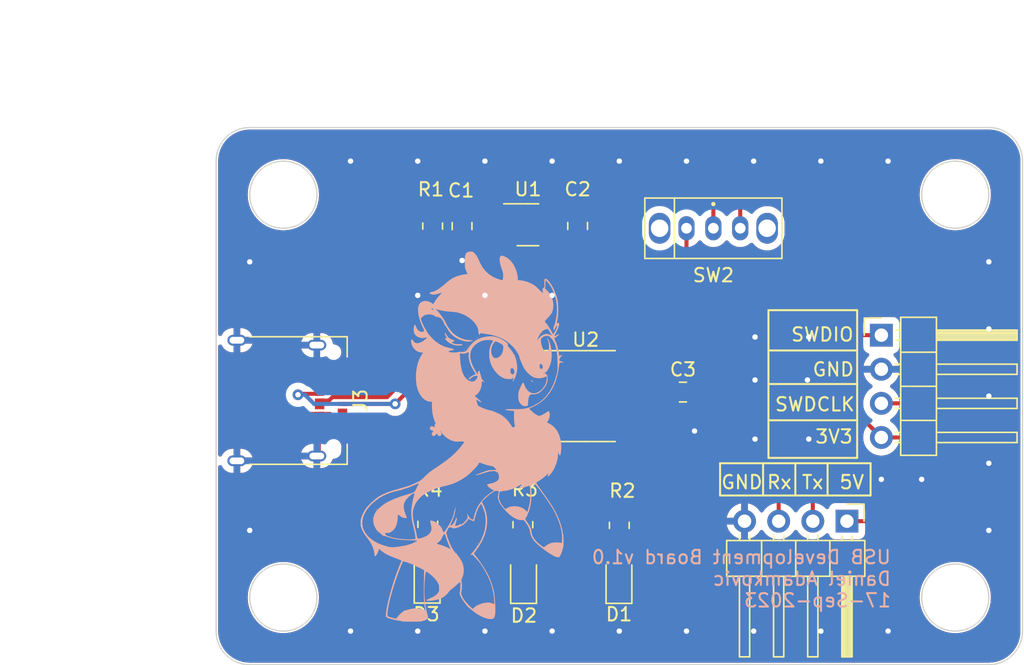
<source format=kicad_pcb>
(kicad_pcb (version 20221018) (generator pcbnew)
  (layers (0 "F.Cu" signal) (31 "B.Cu" signal) (34 "B.Paste" user) (35 "F.Paste" user) (36 "B.SilkS" user "B.Silkscreen") (37 "F.SilkS" user "F.Silkscreen") (38 "B.Mask" user) (39 "F.Mask" user) (44 "Edge.Cuts" user))
  (net 0 "")
  (net 1 "USB_SUPP_5V")
  (net 2 "GND")
  (net 3 "SYSTEM_3V3")
  (net 4 "Net-(D1-A)")
  (net 5 "Net-(D2-A)")
  (net 6 "Net-(D3-A)")
  (net 7 "UART_SUPP_5V")
  (net 8 "USART_Tx")
  (net 9 "USART_Rx")
  (net 11 "USB_COMM_D+")
  (net 12 "USB_COMM_D-")
  (net 16 "Net-(U1-EN)")
  (net 17 "Net-(U2-PA4)")
  (net 25 "SWDIO")
  (net 26 "SWDCLK")
  (net 27 "SYSTEM_5V")
  (net 28 "Net-(U2-PA1)")
  (net 29 "Net-(U2-PA0)")
  (footprint "Connector_USB:USB_C_Receptacle_Amphenol_12401610E4-2A" (layer "F.Cu") (at 131.88 90.33 -90)
    (fp_text reference "J3" (at 0 -6.36 -90) (layer "F.SilkS"))
    (fp_text value "USB_C_Receptacle_USB2.0")
    (pad "" np_thru_hole circle (at -3.6 -4.36 270) (size 0.65 0.65) (drill 0.65) (layers "*.Cu" "*.Mask"))
    (pad "" np_thru_hole oval (at 3.6 -4.36 270) (size 0.95 0.65) (drill oval 0.95 0.65) (layers "*.Cu" "*.Mask"))
    (pad "A1" smd rect (at -2.75 -5.02 270) (size 0.3 0.7) (layers "F.Cu" "F.Paste" "F.Mask") (net 2 "GND"))
    (pad "A2" smd rect (at -2.25 -5.02 270) (size 0.3 0.7) (layers "F.Cu" "F.Paste" "F.Mask"))
    (pad "A3" smd rect (at -1.75 -5.02 270) (size 0.3 0.7) (layers "F.Cu" "F.Paste" "F.Mask"))
    (pad "A4" smd rect (at -1.25 -5.02 270) (size 0.3 0.7) (layers "F.Cu" "F.Paste" "F.Mask") (net 1 "USB_SUPP_5V"))
    (pad "A5" smd rect (at -0.75 -5.02 270) (size 0.3 0.7) (layers "F.Cu" "F.Paste" "F.Mask"))
    (pad "A6" smd rect (at -0.25 -5.02 270) (size 0.3 0.7) (layers "F.Cu" "F.Paste" "F.Mask") (net 11 "USB_COMM_D+"))
    (pad "A7" smd rect (at 0.25 -5.02 270) (size 0.3 0.7) (layers "F.Cu" "F.Paste" "F.Mask") (net 12 "USB_COMM_D-"))
    (pad "A8" smd rect (at 0.75 -5.02 270) (size 0.3 0.7) (layers "F.Cu" "F.Paste" "F.Mask"))
    (pad "A9" smd rect (at 1.25 -5.02 270) (size 0.3 0.7) (layers "F.Cu" "F.Paste" "F.Mask") (net 1 "USB_SUPP_5V"))
    (pad "A10" smd rect (at 1.75 -5.02 270) (size 0.3 0.7) (layers "F.Cu" "F.Paste" "F.Mask"))
    (pad "A11" smd rect (at 2.25 -5.02 270) (size 0.3 0.7) (layers "F.Cu" "F.Paste" "F.Mask"))
    (pad "A12" smd rect (at 2.75 -5.02 270) (size 0.3 0.7) (layers "F.Cu" "F.Paste" "F.Mask") (net 2 "GND"))
    (pad "B1" smd rect (at 2.5 -3.32 270) (size 0.3 0.7) (layers "F.Cu" "F.Paste" "F.Mask") (net 2 "GND"))
    (pad "B2" smd rect (at 2 -3.32 270) (size 0.3 0.7) (layers "F.Cu" "F.Paste" "F.Mask"))
    (pad "B3" smd rect (at 1.5 -3.32 270) (size 0.3 0.7) (layers "F.Cu" "F.Paste" "F.Mask"))
    (pad "B4" smd rect (at 1 -3.32 270) (size 0.3 0.7) (layers "F.Cu" "F.Paste" "F.Mask") (net 1 "USB_SUPP_5V"))
    (pad "B5" smd rect (at 0.5 -3.32 270) (size 0.3 0.7) (layers "F.Cu" "F.Paste" "F.Mask"))
    (pad "B6" smd rect (at 0 -3.32 270) (size 0.3 0.7) (layers "F.Cu" "F.Paste" "F.Mask") (net 11 "USB_COMM_D+"))
    (pad "B7" smd rect (at -0.5 -3.32 270) (size 0.3 0.7) (layers "F.Cu" "F.Paste" "F.Mask") (net 12 "USB_COMM_D-"))
    (pad "B8" smd rect (at -1 -3.32 270) (size 0.3 0.7) (layers "F.Cu" "F.Paste" "F.Mask"))
    (pad "B9" smd rect (at -1.5 -3.32 270) (size 0.3 0.7) (layers "F.Cu" "F.Paste" "F.Mask") (net 1 "USB_SUPP_5V"))
    (pad "B10" smd rect (at -2 -3.32 270) (size 0.3 0.7) (layers "F.Cu" "F.Paste" "F.Mask"))
    (pad "B11" smd rect (at -2.5 -3.32 270) (size 0.3 0.7) (layers "F.Cu" "F.Paste" "F.Mask"))
    (pad "B12" smd rect (at -3 -3.32 270) (size 0.3 0.7) (layers "F.Cu" "F.Paste" "F.Mask") (net 2 "GND"))
    (pad "S1" thru_hole oval (at -4.49 2.84 270) (size 0.8 1.4) (drill oval 0.5 1.1) (layers "*.Cu" "*.Mask") (net 2 "GND"))
    (pad "S1" thru_hole oval (at -4.13 -3.11 270) (size 0.8 1.4) (drill oval 0.5 1.1) (layers "*.Cu" "*.Mask") (net 2 "GND"))
    (pad "S1" thru_hole oval (at 4.13 -3.11 270) (size 0.8 1.4) (drill oval 0.5 1.1) (layers "*.Cu" "*.Mask") (net 2 "GND"))
    (pad "S1" thru_hole oval (at 4.49 2.84 270) (size 0.8 1.4) (drill oval 0.5 1.1) (layers "*.Cu" "*.Mask") (net 2 "GND"))
  )
  (footprint "Package_SO:TSSOP-20_4.4x6.5mm_P0.65mm" (layer "F.Cu") (at 155 90)
    (fp_text reference "U2" (at 0 -4.2) (layer "F.SilkS"))
    (fp_text value "STM32F042F4Px")
    (pad "1" smd roundrect (at -2.8625 -2.925) (size 1.475 0.4) (layers "F.Cu" "F.Paste" "F.Mask"))
    (pad "2" smd roundrect (at -2.8625 -2.275) (size 1.475 0.4) (layers "F.Cu" "F.Paste" "F.Mask"))
    (pad "3" smd roundrect (at -2.8625 -1.625) (size 1.475 0.4) (layers "F.Cu" "F.Paste" "F.Mask"))
    (pad "4" smd roundrect (at -2.8625 -0.975) (size 1.475 0.4) (layers "F.Cu" "F.Paste" "F.Mask"))
    (pad "5" smd roundrect (at -2.8625 -0.325) (size 1.475 0.4) (layers "F.Cu" "F.Paste" "F.Mask") (net 3 "SYSTEM_3V3"))
    (pad "6" smd roundrect (at -2.8625 0.325) (size 1.475 0.4) (layers "F.Cu" "F.Paste" "F.Mask") (net 29 "Net-(U2-PA0)"))
    (pad "7" smd roundrect (at -2.8625 0.975) (size 1.475 0.4) (layers "F.Cu" "F.Paste" "F.Mask") (net 28 "Net-(U2-PA1)"))
    (pad "8" smd roundrect (at -2.8625 1.625) (size 1.475 0.4) (layers "F.Cu" "F.Paste" "F.Mask") (net 8 "USART_Tx"))
    (pad "9" smd roundrect (at -2.8625 2.275) (size 1.475 0.4) (layers "F.Cu" "F.Paste" "F.Mask") (net 9 "USART_Rx"))
    (pad "10" smd roundrect (at -2.8625 2.925) (size 1.475 0.4) (layers "F.Cu" "F.Paste" "F.Mask") (net 17 "Net-(U2-PA4)"))
    (pad "11" smd roundrect (at 2.8625 2.925) (size 1.475 0.4) (layers "F.Cu" "F.Paste" "F.Mask"))
    (pad "12" smd roundrect (at 2.8625 2.275) (size 1.475 0.4) (layers "F.Cu" "F.Paste" "F.Mask"))
    (pad "13" smd roundrect (at 2.8625 1.625) (size 1.475 0.4) (layers "F.Cu" "F.Paste" "F.Mask"))
    (pad "14" smd roundrect (at 2.8625 0.975) (size 1.475 0.4) (layers "F.Cu" "F.Paste" "F.Mask"))
    (pad "15" smd roundrect (at 2.8625 0.325) (size 1.475 0.4) (layers "F.Cu" "F.Paste" "F.Mask") (net 2 "GND"))
    (pad "16" smd roundrect (at 2.8625 -0.325) (size 1.475 0.4) (layers "F.Cu" "F.Paste" "F.Mask") (net 3 "SYSTEM_3V3"))
    (pad "17" smd roundrect (at 2.8625 -0.975) (size 1.475 0.4) (layers "F.Cu" "F.Paste" "F.Mask") (net 12 "USB_COMM_D-"))
    (pad "18" smd roundrect (at 2.8625 -1.625) (size 1.475 0.4) (layers "F.Cu" "F.Paste" "F.Mask") (net 11 "USB_COMM_D+"))
    (pad "19" smd roundrect (at 2.8625 -2.275) (size 1.475 0.4) (layers "F.Cu" "F.Paste" "F.Mask") (net 25 "SWDIO"))
    (pad "20" smd roundrect (at 2.8625 -2.925) (size 1.475 0.4) (layers "F.Cu" "F.Paste" "F.Mask") (net 26 "SWDCLK"))
  )
  (footprint "Connector_PinHeader_2.54mm:PinHeader_1x04_P2.54mm_Horizontal" (layer "F.Cu") (at 174.44 99.315 -90)
    (fp_text reference "J2" hide)
    (fp_text value "Conn_01x04_Pin")
    (pad "1" thru_hole rect (at 0 0 270) (size 1.7 1.7) (drill 1) (layers "*.Cu" "*.Mask") (net 7 "UART_SUPP_5V"))
    (pad "2" thru_hole oval (at 0 2.54 270) (size 1.7 1.7) (drill 1) (layers "*.Cu" "*.Mask") (net 8 "USART_Tx"))
    (pad "3" thru_hole oval (at 0 5.08 270) (size 1.7 1.7) (drill 1) (layers "*.Cu" "*.Mask") (net 9 "USART_Rx"))
    (pad "4" thru_hole oval (at 0 7.62 270) (size 1.7 1.7) (drill 1) (layers "*.Cu" "*.Mask") (net 2 "GND"))
  )
  (footprint "Resistor_SMD:R_0805_2012Metric_Pad1.20x1.40mm_HandSolder" (layer "F.Cu") (at 143.25 99.55 -90)
    (fp_text reference "R4" (at -2.575 -0.125 -180) (layer "F.SilkS"))
    (fp_text value "660R")
    (pad "1" smd roundrect (at -1 0 270) (size 1.2 1.4) (layers "F.Cu" "F.Paste" "F.Mask") (roundrect_rratio 0.2083333333) (net 29 "Net-(U2-PA0)"))
    (pad "2" smd roundrect (at 1 0 270) (size 1.2 1.4) (layers "F.Cu" "F.Paste" "F.Mask") (roundrect_rratio 0.2083333333) (net 6 "Net-(D3-A)"))
  )
  (footprint "LED_SMD:LED_0805_2012Metric_Pad1.15x1.40mm_HandSolder" (layer "F.Cu") (at 143.2 103.55 90)
    (fp_text reference "D3" (at -2.7 -0.05 180) (layer "F.SilkS"))
    (fp_text value "LED")
    (pad "1" smd roundrect (at -1.025 0 90) (size 1.15 1.4) (layers "F.Cu" "F.Paste" "F.Mask") (roundrect_rratio 0.2173913043) (net 2 "GND"))
    (pad "2" smd roundrect (at 1.025 0 90) (size 1.15 1.4) (layers "F.Cu" "F.Paste" "F.Mask") (roundrect_rratio 0.2173913043) (net 6 "Net-(D3-A)"))
  )
  (footprint "LED_SMD:LED_0805_2012Metric_Pad1.15x1.40mm_HandSolder" (layer "F.Cu") (at 157.475 103.575 90)
    (fp_text reference "D1" (at -2.675 0 180) (layer "F.SilkS"))
    (fp_text value "LED")
    (pad "1" smd roundrect (at -1.025 0 90) (size 1.15 1.4) (layers "F.Cu" "F.Paste" "F.Mask") (roundrect_rratio 0.2173913043) (net 2 "GND"))
    (pad "2" smd roundrect (at 1.025 0 90) (size 1.15 1.4) (layers "F.Cu" "F.Paste" "F.Mask") (roundrect_rratio 0.2173913043) (net 4 "Net-(D1-A)"))
  )
  (footprint "Capacitor_SMD:C_0805_2012Metric_Pad1.18x1.45mm_HandSolder" (layer "F.Cu") (at 154.4 77.33 -90)
    (fp_text reference "C2" (at -2.73 0 -180) (layer "F.SilkS"))
    (fp_text value "1u")
    (pad "1" smd roundrect (at -1.0375 0 270) (size 1.175 1.45) (layers "F.Cu" "F.Paste" "F.Mask") (roundrect_rratio 0.2127659574) (net 3 "SYSTEM_3V3"))
    (pad "2" smd roundrect (at 1.0375 0 270) (size 1.175 1.45) (layers "F.Cu" "F.Paste" "F.Mask") (roundrect_rratio 0.2127659574) (net 2 "GND"))
  )
  (footprint "Resistor_SMD:R_0805_2012Metric_Pad1.20x1.40mm_HandSolder" (layer "F.Cu") (at 150.325 99.575 -90)
    (fp_text reference "R3" (at -2.625 -0.15) (layer "F.SilkS"))
    (fp_text value "660R")
    (pad "1" smd roundrect (at -1 0 270) (size 1.2 1.4) (layers "F.Cu" "F.Paste" "F.Mask") (roundrect_rratio 0.2083333333) (net 28 "Net-(U2-PA1)"))
    (pad "2" smd roundrect (at 1 0 270) (size 1.2 1.4) (layers "F.Cu" "F.Paste" "F.Mask") (roundrect_rratio 0.2083333333) (net 5 "Net-(D2-A)"))
  )
  (footprint "Resistor_SMD:R_0805_2012Metric_Pad1.20x1.40mm_HandSolder" (layer "F.Cu") (at 143.61 77.3375 90)
    (fp_text reference "R1" (at 2.73 -0.13 180) (layer "F.SilkS"))
    (fp_text value "2k")
    (pad "1" smd roundrect (at -1 0 90) (size 1.2 1.4) (layers "F.Cu" "F.Paste" "F.Mask") (roundrect_rratio 0.2083333333) (net 16 "Net-(U1-EN)"))
    (pad "2" smd roundrect (at 1 0 90) (size 1.2 1.4) (layers "F.Cu" "F.Paste" "F.Mask") (roundrect_rratio 0.2083333333) (net 27 "SYSTEM_5V"))
  )
  (footprint "Capacitor_SMD:C_0805_2012Metric_Pad1.18x1.45mm_HandSolder" (layer "F.Cu") (at 162.2375 89.7)
    (fp_text reference "C3" (at 0 -1.68) (layer "F.SilkS"))
    (fp_text value "1u")
    (pad "1" smd roundrect (at -1.0375 0) (size 1.175 1.45) (layers "F.Cu" "F.Paste" "F.Mask") (roundrect_rratio 0.2127659574) (net 3 "SYSTEM_3V3"))
    (pad "2" smd roundrect (at 1.0375 0) (size 1.175 1.45) (layers "F.Cu" "F.Paste" "F.Mask") (roundrect_rratio 0.2127659574) (net 2 "GND"))
  )
  (footprint "User_Buttons:EG 1248" (layer "F.Cu") (at 164.5 77.5)
    (fp_text reference "SW2" (at 0 3.5) (layer "F.SilkS"))
    (fp_text value "EG 1248")
    (pad "" thru_hole oval (at -4 0) (size 1.6 2.3) (drill 1.3) (layers "*.Cu" "*.Mask"))
    (pad "" thru_hole oval (at 4 0) (size 1.6 2.3) (drill 1.3) (layers "*.Cu" "*.Mask"))
    (pad "1" thru_hole oval (at -2 0) (size 1.2 1.8) (drill 0.8) (layers "*.Cu" "*.Mask") (net 7 "UART_SUPP_5V"))
    (pad "2" thru_hole oval (at 0 0) (size 1.2 1.8) (drill 0.8) (layers "*.Cu" "*.Mask") (net 27 "SYSTEM_5V"))
    (pad "3" thru_hole oval (at 2 0) (size 1.2 1.8) (drill 0.8) (layers "*.Cu" "*.Mask") (net 1 "USB_SUPP_5V"))
  )
  (footprint "LED_SMD:LED_0805_2012Metric_Pad1.15x1.40mm_HandSolder" (layer "F.Cu") (at 150.375 103.575 90)
    (fp_text reference "D2" (at -2.775 0.025 180) (layer "F.SilkS"))
    (fp_text value "LED")
    (pad "1" smd roundrect (at -1.025 0 90) (size 1.15 1.4) (layers "F.Cu" "F.Paste" "F.Mask") (roundrect_rratio 0.2173913043) (net 2 "GND"))
    (pad "2" smd roundrect (at 1.025 0 90) (size 1.15 1.4) (layers "F.Cu" "F.Paste" "F.Mask") (roundrect_rratio 0.2173913043) (net 5 "Net-(D2-A)"))
  )
  (footprint "Resistor_SMD:R_0805_2012Metric_Pad1.20x1.40mm_HandSolder" (layer "F.Cu") (at 157.5 99.625 -90)
    (fp_text reference "R2" (at -2.575 -0.225 -180) (layer "F.SilkS"))
    (fp_text value "660R")
    (pad "1" smd roundrect (at -1 0 270) (size 1.2 1.4) (layers "F.Cu" "F.Paste" "F.Mask") (roundrect_rratio 0.2083333333) (net 17 "Net-(U2-PA4)"))
    (pad "2" smd roundrect (at 1 0 270) (size 1.2 1.4) (layers "F.Cu" "F.Paste" "F.Mask") (roundrect_rratio 0.2083333333) (net 4 "Net-(D1-A)"))
  )
  (footprint "Capacitor_SMD:C_0805_2012Metric_Pad1.18x1.45mm_HandSolder" (layer "F.Cu") (at 145.8 77.3375 -90)
    (fp_text reference "C1" (at -2.65 0.07 -180) (layer "F.SilkS"))
    (fp_text value "1u")
    (pad "1" smd roundrect (at -1.0375 0 270) (size 1.175 1.45) (layers "F.Cu" "F.Paste" "F.Mask") (roundrect_rratio 0.2127659574) (net 27 "SYSTEM_5V"))
    (pad "2" smd roundrect (at 1.0375 0 270) (size 1.175 1.45) (layers "F.Cu" "F.Paste" "F.Mask") (roundrect_rratio 0.2127659574) (net 2 "GND"))
  )
  (footprint "Package_TO_SOT_SMD:SOT-23-5" (layer "F.Cu") (at 150.7025 77.24)
    (fp_text reference "U1" (at 0 -2.64) (layer "F.SilkS"))
    (fp_text value "MIC5504-1.2YM5")
    (pad "1" smd roundrect (at -1.1375 -0.95) (size 1.325 0.6) (layers "F.Cu" "F.Paste" "F.Mask") (net 27 "SYSTEM_5V"))
    (pad "2" smd roundrect (at -1.1375 0) (size 1.325 0.6) (layers "F.Cu" "F.Paste" "F.Mask") (net 2 "GND"))
    (pad "3" smd roundrect (at -1.1375 0.95) (size 1.325 0.6) (layers "F.Cu" "F.Paste" "F.Mask") (net 16 "Net-(U1-EN)"))
    (pad "4" smd roundrect (at 1.1375 0.95) (size 1.325 0.6) (layers "F.Cu" "F.Paste" "F.Mask"))
    (pad "5" smd roundrect (at 1.1375 -0.95) (size 1.325 0.6) (layers "F.Cu" "F.Paste" "F.Mask") (net 3 "SYSTEM_3V3"))
  )
  (footprint "Connector_PinHeader_2.54mm:PinHeader_1x04_P2.54mm_Horizontal" (layer "F.Cu") (at 177 85.46)
    (fp_text reference "J1" hide)
    (fp_text value "Conn_01x04_Pin")
    (pad "1" thru_hole rect (at 0 0) (size 1.7 1.7) (drill 1) (layers "*.Cu" "*.Mask") (net 25 "SWDIO"))
    (pad "2" thru_hole oval (at 0 2.54) (size 1.7 1.7) (drill 1) (layers "*.Cu" "*.Mask") (net 2 "GND"))
    (pad "3" thru_hole oval (at 0 5.08) (size 1.7 1.7) (drill 1) (layers "*.Cu" "*.Mask") (net 26 "SWDCLK"))
    (pad "4" thru_hole oval (at 0 7.62) (size 1.7 1.7) (drill 1) (layers "*.Cu" "*.Mask") (net 3 "SYSTEM_3V3"))
  )
  (footprint "LOGO" (layer "B.Cu") (at 145.8 93 180)
    (fp_text reference "G***" (at 0 0) (layer "B.SilkS") (effects (font (size 1.5 1.5) (thickness 0.3)) (justify mirror)))
    (fp_text value "LOGO" hide)
  )
  (gr_line (start 173 95) (end 173 97.4) (stroke (width 0.15)) (layer "F.SilkS"))
  (gr_line (start 170.6 95) (end 170.6 97.4) (stroke (width 0.15)) (layer "F.SilkS"))
  (gr_line (start 176.2 97.4) (end 176.2 95) (stroke (width 0.15)) (layer "F.SilkS"))
  (gr_line (start 165 95) (end 165 97.4) (stroke (width 0.15)) (layer "F.SilkS"))
  (gr_line (start 175.2 91.8) (end 168.6 91.8) (stroke (width 0.15)) (layer "F.SilkS"))
  (gr_line (start 168.6 89.1) (end 175.2 89.1) (stroke (width 0.15)) (layer "F.SilkS"))
  (gr_line (start 165 97.4) (end 176.2 97.4) (stroke (width 0.15)) (layer "F.SilkS"))
  (gr_line (start 175.2 86.6) (end 168.6 86.6) (stroke (width 0.15)) (layer "F.SilkS"))
  (gr_line (start 168.6 94.6) (end 175.2 94.6) (stroke (width 0.15)) (layer "F.SilkS"))
  (gr_line (start 168.6 83.6) (end 168.6 94.6) (stroke (width 0.15)) (layer "F.SilkS"))
  (gr_line (start 168.2 95) (end 168.2 97.4) (stroke (width 0.15)) (layer "F.SilkS"))
  (gr_line (start 176.2 95) (end 165 95) (stroke (width 0.15)) (layer "F.SilkS"))
  (gr_line (start 175.2 94.6) (end 175.2 83.6) (stroke (width 0.15)) (layer "F.SilkS"))
  (gr_line (start 175.2 83.6) (end 168.6 83.6) (stroke (width 0.15)) (layer "F.SilkS"))
  (gr_line (start 187.5 72.5) (end 187.5 107.5) (stroke (width 0.1)) (layer "Edge.Cuts"))
  (gr_circle (center 132.5 105) (end 132.5 102.5) (stroke (width 0.1)) (fill none) (layer "Edge.Cuts"))
  (gr_arc (start 130 110) (mid 128.232233 109.267767) (end 127.5 107.5) (stroke (width 0.1)) (layer "Edge.Cuts"))
  (gr_line (start 130 70) (end 185 70) (stroke (width 0.1)) (layer "Edge.Cuts"))
  (gr_circle (center 182.5 75) (end 182.5 72.5) (stroke (width 0.1)) (fill none) (layer "Edge.Cuts"))
  (gr_arc (start 187.5 107.5) (mid 186.767767 109.267767) (end 185 110) (stroke (width 0.1)) (layer "Edge.Cuts"))
  (gr_line (start 185 110) (end 130 110) (stroke (width 0.1)) (layer "Edge.Cuts"))
  (gr_arc (start 127.5 72.5) (mid 128.232233 70.732233) (end 130 70) (stroke (width 0.1)) (layer "Edge.Cuts"))
  (gr_circle (center 132.5 75) (end 132.5 72.5) (stroke (width 0.1)) (fill none) (layer "Edge.Cuts"))
  (gr_arc (start 185 70) (mid 186.767767 70.732233) (end 187.5 72.5) (stroke (width 0.1)) (layer "Edge.Cuts"))
  (gr_circle (center 182.5 105) (end 182.5 102.5) (stroke (width 0.1)) (fill none) (layer "Edge.Cuts"))
  (gr_line (start 127.5 107.5) (end 127.5 72.5) (stroke (width 0.1)) (layer "Edge.Cuts"))
  (gr_text "USB Development Board v1.0\nDaniel Adamkovic\n17-Sep-2023" (at 177.8 105.8) (layer "B.SilkS") (effects (font (size 1 1)) (justify left bottom mirror)))
  (gr_text "GND" (at 171.8 88.6) (layer "F.SilkS") (effects (font (size 1 1)) (justify left bottom)))
  (gr_text "GND" (at 165 97) (layer "F.SilkS") (effects (font (size 1 1)) (justify left bottom)))
  (gr_text "SWDCLK" (at 169 91.2) (layer "F.SilkS") (effects (font (size 1 1)) (justify left bottom)))
  (gr_text "3V3" (at 172 93.6) (layer "F.SilkS") (effects (font (size 1 1)) (justify left bottom)))
  (gr_text "5V" (at 173.8 97) (layer "F.SilkS") (effects (font (size 1 1)) (justify left bottom)))
  (gr_text "SWDIO" (at 170.2 86) (layer "F.SilkS") (effects (font (size 1 1)) (justify left bottom)))
  (gr_text "Rx" (at 168.4 97) (layer "F.SilkS") (effects (font (size 1 1)) (justify left bottom)))
  (gr_text "Tx" (at 171 97) (layer "F.SilkS") (effects (font (size 1 1)) (justify left bottom)))
  (segment (start 132.96 91.33) (end 135.2 91.33) (width 0.3) (layer "F.Cu") (net 1))
  (segment (start 132.86 88.83) (end 132.49 89.2) (width 0.3) (layer "F.Cu") (net 1))
  (segment (start 135.9 88.83) (end 135.2 88.83) (width 0.3) (layer "F.Cu") (net 1))
  (segment (start 135.98 91.33) (end 135.2 91.33) (width 0.3) (layer "F.Cu") (net 1))
  (segment (start 135.2 88.83) (end 132.86 88.83) (width 0.3) (layer "F.Cu") (net 1))
  (segment (start 165.1 73.8) (end 140.7 73.8) (width 0.3) (layer "F.Cu") (net 1))
  (segment (start 166.5 77.5) (end 166.5 75.2) (width 0.3) (layer "F.Cu") (net 1))
  (segment (start 136.23 91.58) (end 135.98 91.33) (width 0.3) (layer "F.Cu") (net 1))
  (segment (start 132.49 89.2) (end 132.49 90.86) (width 0.3) (layer "F.Cu") (net 1))
  (segment (start 136.9 89.08) (end 136.15 89.08) (width 0.3) (layer "F.Cu") (net 1))
  (segment (start 138.41 89.08) (end 136.9 89.08) (width 0.3) (layer "F.Cu") (net 1))
  (segment (start 139 88.49) (end 138.41 89.08) (width 0.3) (layer "F.Cu") (net 1))
  (segment (start 139 75.5) (end 139 88.49) (width 0.3) (layer "F.Cu") (net 1))
  (segment (start 136.15 89.08) (end 135.9 88.83) (width 0.3) (layer "F.Cu") (net 1))
  (segment (start 136.9 91.58) (end 136.23 91.58) (width 0.3) (layer "F.Cu") (net 1))
  (segment (start 166.5 75.2) (end 165.1 73.8) (width 0.3) (layer "F.Cu") (net 1))
  (segment (start 132.49 90.86) (end 132.96 91.33) (width 0.3) (layer "F.Cu") (net 1))
  (segment (start 140.7 73.8) (end 139 75.5) (width 0.3) (layer "F.Cu") (net 1))
  (segment (start 163.475 89.675) (end 163.6 89.8) (width 0.3) (layer "F.Cu") (net 2))
  (segment (start 163.1 92.6) (end 162.2 92.6) (width 0.3) (layer "F.Cu") (net 2))
  (segment (start 135.06 87.19) (end 135.06 86.27) (width 0.3) (layer "F.Cu") (net 2))
  (segment (start 135.14 94.31) (end 135.14 92.89) (width 0.3) (layer "F.Cu") (net 2))
  (segment (start 160.9 91.3) (end 160.25 91.3) (width 0.3) (layer "F.Cu") (net 2))
  (segment (start 136.2 93.08) (end 136.9 93.08) (width 0.2) (layer "F.Cu") (net 2))
  (segment (start 160.25 91.3) (end 159.275 90.325) (width 0.3) (layer "F.Cu") (net 2))
  (segment (start 135.95 92.83) (end 136.2 93.08) (width 0.2) (layer "F.Cu") (net 2))
  (segment (start 136.05 87.58) (end 135.8 87.33) (width 0.3) (layer "F.Cu") (net 2))
  (segment (start 135.2 92.83) (end 135.95 92.83) (width 0.2) (layer "F.Cu") (net 2))
  (segment (start 135.14 92.89) (end 135.2 92.83) (width 0.3) (layer "F.Cu") (net 2))
  (segment (start 159.275 90.325) (end 157.8625 90.325) (width 0.3) (layer "F.Cu") (net 2))
  (segment (start 135.8 87.33) (end 135.2 87.33) (width 0.3) (layer "F.Cu") (net 2))
  (segment (start 162.2 92.6) (end 160.9 91.3) (width 0.3) (layer "F.Cu") (net 2))
  (segment (start 134.99 94.46) (end 135.14 94.31) (width 0.3) (layer "F.Cu") (net 2))
  (segment (start 135.06 86.27) (end 134.99 86.2) (width 0.3) (layer "F.Cu") (net 2))
  (segment (start 135.2 87.33) (end 135.06 87.19) (width 0.3) (layer "F.Cu") (net 2))
  (segment (start 136.9 87.58) (end 136.05 87.58) (width 0.3) (layer "F.Cu") (net 2))
  (via (at 142.5 72.5) (size 0.8) (drill 0.4) (layers "F.Cu" "B.Cu") (net 2))
  (via (at 137.5 107.5) (size 0.8) (drill 0.4) (layers "F.Cu" "B.Cu") (net 2))
  (via (at 130 100) (size 0.8) (drill 0.4) (layers "F.Cu" "B.Cu") (net 2))
  (via (at 172.5 72.5) (size 0.8) (drill 0.4) (layers "F.Cu" "B.Cu") (net 2))
  (via (at 162.5 107.5) (size 0.8) (drill 0.4) (layers "F.Cu" "B.Cu") (net 2))
  (via (at 147.5 107.5) (size 0.8) (drill 0.4) (layers "F.Cu" "B.Cu") (net 2))
  (via (at 152.5 107.5) (size 0.8) (drill 0.4) (layers "F.Cu" "B.Cu") (net 2))
  (via (at 142.5 82.5) (size 0.8) (drill 0.4) (layers "F.Cu" "B.Cu") (net 2))
  (via (at 147.5 72.5) (size 0.8) (drill 0.4) (layers "F.Cu" "B.Cu") (net 2))
  (via (at 152.5 72.5) (size 0.8) (drill 0.4) (layers "F.Cu" "B.Cu") (net 2))
  (via (at 185 80) (size 0.8) (drill 0.4) (layers "F.Cu" "B.Cu") (net 2))
  (via (at 177.5 72.5) (size 0.8) (drill 0.4) (layers "F.Cu" "B.Cu") (net 2))
  (via (at 185 95) (size 0.8) (drill 0.4) (layers "F.Cu" "B.Cu") (net 2))
  (via (at 163.1 92.6) (size 0.8) (drill 0.4) (layers "F.Cu" "B.Cu") (net 2))
  (via (at 171.5 88.8) (size 0.8) (drill 0.4) (layers "F.Cu" "B.Cu") (net 2))
  (via (at 157.5 72.5) (size 0.8) (drill 0.4) (layers "F.Cu" "B.Cu") (net 2))
  (via (at 185 90) (size 0.8) (drill 0.4) (layers "F.Cu" "B.Cu") (net 2))
  (via (at 171.6 93.2) (size 0.8) (drill 0.4) (layers "F.Cu" "B.Cu") (net 2))
  (via (at 145.8 79.9) (size 0.8) (drill 0.4) (layers "F.Cu" "B.Cu") (net 2))
  (via (at 171.6 85.6) (size 0.8) (drill 0.4) (layers "F.Cu" "B.Cu") (net 2))
  (via (at 142.5 107.5) (size 0.8) (drill 0.4) (layers "F.Cu" "B.Cu") (net 2))
  (via (at 167.6 93.2) (size 0.8) (drill 0.4) (layers "F.Cu" "B.Cu") (net 2))
  (via (at 177 96.2) (size 0.8) (drill 0.4) (layers "F.Cu" "B.Cu") (net 2))
  (via (at 180 96.2) (size 0.8) (drill 0.4) (layers "F.Cu" "B.Cu") (net 2))
  (via (at 185 100) (size 0.8) (drill 0.4) (layers "F.Cu" "B.Cu") (net 2))
  (via (at 172.5 107.5) (size 0.8) (drill 0.4) (layers "F.Cu" "B.Cu") (net 2))
  (via (at 167.5 72.5) (size 0.8) (drill 0.4) (layers "F.Cu" "B.Cu") (net 2))
  (via (at 167.5 107.5) (size 0.8) (drill 0.4) (layers "F.Cu" "B.Cu") (net 2))
  (via (at 147.5 82.5) (size 0.8) (drill 0.4) (layers "F.Cu" "B.Cu") (net 2))
  (via (at 137.5 72.5) (size 0.8) (drill 0.4) (layers "F.Cu" "B.Cu") (net 2))
  (via (at 185 85) (size 0.8) (drill 0.4) (layers "F.Cu" "B.Cu") (net 2))
  (via (at 130 80) (size 0.8) (drill 0.4) (layers "F.Cu" "B.Cu") (net 2))
  (via (at 162.5 72.5) (size 0.8) (drill 0.4) (layers "F.Cu" "B.Cu") (net 2))
  (via (at 167.6 88.8) (size 0.8) (drill 0.4) (layers "F.Cu" "B.Cu") (net 2))
  (via (at 167.6 85.6) (size 0.8) (drill 0.4) (layers "F.Cu" "B.Cu") (net 2))
  (via (at 177.5 107.5) (size 0.8) (drill 0.4) (layers "F.Cu" "B.Cu") (net 2))
  (via (at 152.5 82.5) (size 0.8) (drill 0.4) (layers "F.Cu" "B.Cu") (net 2))
  (via (at 157.5 107.5) (size 0.8) (drill 0.4) (layers "F.Cu" "B.Cu") (net 2))
  (segment (start 161.6 82.6) (end 179.4 82.6) (width 0.3) (layer "F.Cu") (net 3))
  (segment (start 154.4 76.2925) (end 154.5075 76.4) (width 0.3) (layer "F.Cu") (net 3))
  (segment (start 158.2 79.2) (end 161.6 82.6) (width 0.3) (layer "F.Cu") (net 3))
  (segment (start 157.2 76.4) (end 158.2 77.4) (width 0.3) (layer "F.Cu") (net 3))
  (segment (start 162 91.6) (end 161.2 90.8) (width 0.3) (layer "F.Cu") (net 3))
  (segment (start 175.52 91.6) (end 162 91.6) (width 0.3) (layer "F.Cu") (net 3))
  (segment (start 179.52 93.08) (end 177 93.08) (width 0.3) (layer "F.Cu") (net 3))
  (segment (start 158.2 77.4) (end 158.2 79.2) (width 0.3) (layer "F.Cu") (net 3))
  (segment (start 179.4 82.6) (end 180.8 84) (width 0.3) (layer "F.Cu") (net 3))
  (segment (start 154.3975 76.29) (end 154.4 76.2925) (width 0.3) (layer "F.Cu") (net 3))
  (segment (start 157.8625 89.675) (end 161.175 89.675) (width 0.3) (layer "F.Cu") (net 3))
  (segment (start 180.8 84) (end 180.8 91.8) (width 0.3) (layer "F.Cu") (net 3))
  (segment (start 161.175 89.675) (end 161.2 89.7) (width 0.3) (layer "F.Cu") (net 3))
  (segment (start 157.8625 89.675) (end 152.1375 89.675) (width 0.3) (layer "F.Cu") (net 3))
  (segment (start 161.2 90.8) (end 161.2 89.7) (width 0.3) (layer "F.Cu") (net 3))
  (segment (start 151.84 76.29) (end 154.3975 76.29) (width 0.3) (layer "F.Cu") (net 3))
  (segment (start 154.5075 76.4) (end 157.2 76.4) (width 0.3) (layer "F.Cu") (net 3))
  (segment (start 177 93.08) (end 175.52 91.6) (width 0.3) (layer "F.Cu") (net 3))
  (segment (start 180.8 91.8) (end 179.52 93.08) (width 0.3) (layer "F.Cu") (net 3))
  (segment (start 157.5 102.525) (end 157.475 102.55) (width 0.3) (layer "F.Cu") (net 4))
  (segment (start 157.5 100.625) (end 157.5 102.525) (width 0.3) (layer "F.Cu") (net 4))
  (segment (start 150.325 100.575) (end 150.325 102.5) (width 0.3) (layer "F.Cu") (net 5))
  (segment (start 150.325 102.5) (end 150.375 102.55) (width 0.3) (layer "F.Cu") (net 5))
  (segment (start 143.25 100.55) (end 143.25 102.475) (width 0.3) (layer "F.Cu") (net 6))
  (segment (start 143.25 102.475) (end 143.2 102.525) (width 0.3) (layer "F.Cu") (net 6))
  (segment (start 164.8 82) (end 179.8 82) (width 0.3) (layer "F.Cu") (net 7))
  (segment (start 179.8 82) (end 181.6 83.8) (width 0.3) (layer "F.Cu") (net 7))
  (segment (start 181.6 97.5) (end 179.785 99.315) (width 0.3) (layer "F.Cu") (net 7))
  (segment (start 181.6 83.8) (end 181.6 97.5) (width 0.3) (layer "F.Cu") (net 7))
  (segment (start 179.785 99.315) (end 174.44 99.315) (width 0.3) (layer "F.Cu") (net 7))
  (segment (start 162.5 79.7) (end 164.8 82) (width 0.3) (layer "F.Cu") (net 7))
  (segment (start 162.5 77.5) (end 162.5 79.7) (width 0.3) (layer "F.Cu") (net 7))
  (segment (start 154.125 91.625) (end 157.1 94.6) (width 0.3) (layer "F.Cu") (net 8))
  (segment (start 157.1 94.6) (end 168.8 94.6) (width 0.3) (layer "F.Cu") (net 8))
  (segment (start 171.9 97.7) (end 171.9 99.315) (width 0.3) (layer "F.Cu") (net 8))
  (segment (start 168.8 94.6) (end 171.9 97.7) (width 0.3) (layer "F.Cu") (net 8))
  (segment (start 152.1375 91.625) (end 154.125 91.625) (width 0.3) (layer "F.Cu") (net 8))
  (segment (start 169.36 96.36) (end 169.36 99.315) (width 0.3) (layer "F.Cu") (net 9))
  (segment (start 168.2 95.2) (end 169.36 96.36) (width 0.3) (layer "F.Cu") (net 9))
  (segment (start 156.8 95.2) (end 168.2 95.2) (width 0.3) (layer "F.Cu") (net 9))
  (segment (start 152.1375 92.275) (end 153.875 92.275) (width 0.3) (layer "F.Cu") (net 9))
  (segment (start 153.875 92.275) (end 156.8 95.2) (width 0.3) (layer "F.Cu") (net 9))
  (segment (start 136.15 90.08) (end 135.9 90.33) (width 0.3) (layer "F.Cu") (net 11))
  (segment (start 140.22 90.08) (end 136.9 90.08) (width 0.3) (layer "F.Cu") (net 11))
  (segment (start 155.9 86.992894) (end 154.307106 85.4) (width 0.3) (layer "F.Cu") (net 11))
  (segment (start 156.275 88.375) (end 155.9 88) (width 0.3) (layer "F.Cu") (net 11))
  (segment (start 154.307106 85.4) (end 144.9 85.4) (width 0.3) (layer "F.Cu") (net 11))
  (segment (start 144.9 85.4) (end 140.22 90.08) (width 0.3) (layer "F.Cu") (net 11))
  (segment (start 136.9 90.08) (end 136.15 90.08) (width 0.3) (layer "F.Cu") (net 11))
  (segment (start 155.9 88) (end 155.9 86.992894) (width 0.3) (layer "F.Cu") (net 11))
  (segment (start 135.9 90.33) (end 135.2 90.33) (width 0.3) (layer "F.Cu") (net 11))
  (segment (start 157.8625 88.375) (end 156.275 88.375) (width 0.3) (layer "F.Cu") (net 11))
  (segment (start 133.59 89.9) (end 133.66 89.83) (width 0.3) (layer "F.Cu") (net 12))
  (segment (start 155.3 87.2) (end 155.3 88.3) (width 0.3) (layer "F.Cu") (net 12))
  (segment (start 140.82 90.58) (end 136.9 90.58) (width 0.3) (layer "F.Cu") (net 12))
  (segment (start 140.82 90.58) (end 145.4 86) (width 0.3) (layer "F.Cu") (net 12))
  (segment (start 154.1 86) (end 155.3 87.2) (width 0.3) (layer "F.Cu") (net 12))
  (segment (start 145.4 86) (end 154.1 86) (width 0.3) (layer "F.Cu") (net 12))
  (segment (start 133.66 89.83) (end 135.2 89.83) (width 0.3) (layer "F.Cu") (net 12))
  (segment (start 155.3 88.3) (end 156.025 89.025) (width 0.3) (layer "F.Cu") (net 12))
  (segment (start 156.025 89.025) (end 157.8625 89.025) (width 0.3) (layer "F.Cu") (net 12))
  (via (at 140.82 90.58) (size 0.8) (drill 0.4) (layers "F.Cu" "B.Cu") (net 12))
  (via (at 133.59 89.9) (size 0.8) (drill 0.4) (layers "F.Cu" "B.Cu") (net 12))
  (segment (start 134.81 90.58) (end 134.8 90.59) (width 0.3) (layer "B.Cu") (net 12))
  (segment (start 140.82 90.58) (end 134.81 90.58) (width 0.3) (layer "B.Cu") (net 12))
  (segment (start 134.8 90.59) (end 134.11 89.9) (width 0.3) (layer "B.Cu") (net 12))
  (segment (start 134.11 89.9) (end 133.59 89.9) (width 0.3) (layer "B.Cu") (net 12))
  (segment (start 144.2 81) (end 147.5 81) (width 0.3) (layer "F.Cu") (net 16))
  (segment (start 148.2 80.3) (end 148.2 78.5) (width 0.3) (layer "F.Cu") (net 16))
  (segment (start 143.61 78.3375) (end 143.61 80.41) (width 0.3) (layer "F.Cu") (net 16))
  (segment (start 147.5 81) (end 148.2 80.3) (width 0.3) (layer "F.Cu") (net 16))
  (segment (start 148.51 78.19) (end 149.565 78.19) (width 0.3) (layer "F.Cu") (net 16))
  (segment (start 148.2 78.5) (end 148.51 78.19) (width 0.3) (layer "F.Cu") (net 16))
  (segment (start 143.61 80.41) (end 144.2 81) (width 0.3) (layer "F.Cu") (net 16))
  (segment (start 152.1375 92.925) (end 153.625 92.925) (width 0.3) (layer "F.Cu") (net 17))
  (segment (start 157.5 96.8) (end 157.5 98.625) (width 0.3) (layer "F.Cu") (net 17))
  (segment (start 153.625 92.925) (end 157.5 96.8) (width 0.3) (layer "F.Cu") (net 17))
  (segment (start 175.26 85.46) (end 173.6 83.8) (width 0.3) (layer "F.Cu") (net 25))
  (segment (start 160.475 87.725) (end 157.8625 87.725) (width 0.3) (layer "F.Cu") (net 25))
  (segment (start 164.4 83.8) (end 160.475 87.725) (width 0.3) (layer "F.Cu") (net 25))
  (segment (start 173.6 83.8) (end 164.4 83.8) (width 0.3) (layer "F.Cu") (net 25))
  (segment (start 177 85.46) (end 175.26 85.46) (width 0.3) (layer "F.Cu") (net 25))
  (segment (start 179.246447 83.153553) (end 164.046447 83.153553) (width 0.3) (layer "F.Cu") (net 26))
  (segment (start 177 90.54) (end 178.66 90.54) (width 0.3) (layer "F.Cu") (net 26))
  (segment (start 160.125 87.075) (end 157.8625 87.075) (width 0.3) (layer "F.Cu") (net 26))
  (segment (start 164.046447 83.153553) (end 160.125 87.075) (width 0.3) (layer "F.Cu") (net 26))
  (segment (start 178.66 90.54) (end 180.2 89) (width 0.3) (layer "F.Cu") (net 26))
  (segment (start 180.2 89) (end 180.2 84.107106) (width 0.3) (layer "F.Cu") (net 26))
  (segment (start 180.2 84.107106) (end 179.246447 83.153553) (width 0.3) (layer "F.Cu") (net 26))
  (segment (start 145.9 75) (end 145.9 76.2) (width 0.3) (layer "F.Cu") (net 27))
  (segment (start 149.5175 76.3375) (end 149.565 76.29) (width 0.3) (layer "F.Cu") (net 27))
  (segment (start 164.5 77.5) (end 164.5 75.8) (width 0.3) (layer "F.Cu") (net 27))
  (segment (start 164.5 75.8) (end 163.3 74.6) (width 0.3) (layer "F.Cu") (net 27))
  (segment (start 146.3 74.6) (end 145.9 75) (width 0.3) (layer "F.Cu") (net 27))
  (segment (start 143.61 76.3375) (end 149.5175 76.3375) (width 0.3) (layer "F.Cu") (net 27))
  (segment (start 163.3 74.6) (end 146.3 74.6) (width 0.3) (layer "F.Cu") (net 27))
  (segment (start 145.9 76.2) (end 145.8 76.3) (width 0.3) (layer "F.Cu") (net 27))
  (segment (start 150.325 91.45) (end 150.8 90.975) (width 0.3) (layer "F.Cu") (net 28))
  (segment (start 150.8 90.975) (end 152.1375 90.975) (width 0.3) (layer "F.Cu") (net 28))
  (segment (start 150.325 98.575) (end 150.325 91.45) (width 0.3) (layer "F.Cu") (net 28))
  (segment (start 148.225 90.325) (end 152.1375 90.325) (width 0.3) (layer "F.Cu") (net 29))
  (segment (start 143.25 95.3) (end 148.225 90.325) (width 0.3) (layer "F.Cu") (net 29))
  (segment (start 143.25 98.55) (end 143.25 95.3) (width 0.3) (layer "F.Cu") (net 29))
  (zone (net 2) (net_name "GND") (layers "F&B.Cu") (name "stitch_zone_0") (connect_pads (clearance 0.5)) (min_thickness 0.3) (fill yes (thermal_gap 0.5) (thermal_bridge_width 0.5))
    (polygon (pts (xy 187.5 70) (xy 127.5 70) (xy 127.5 110) (xy 187.5 110)))
  )
)
</source>
